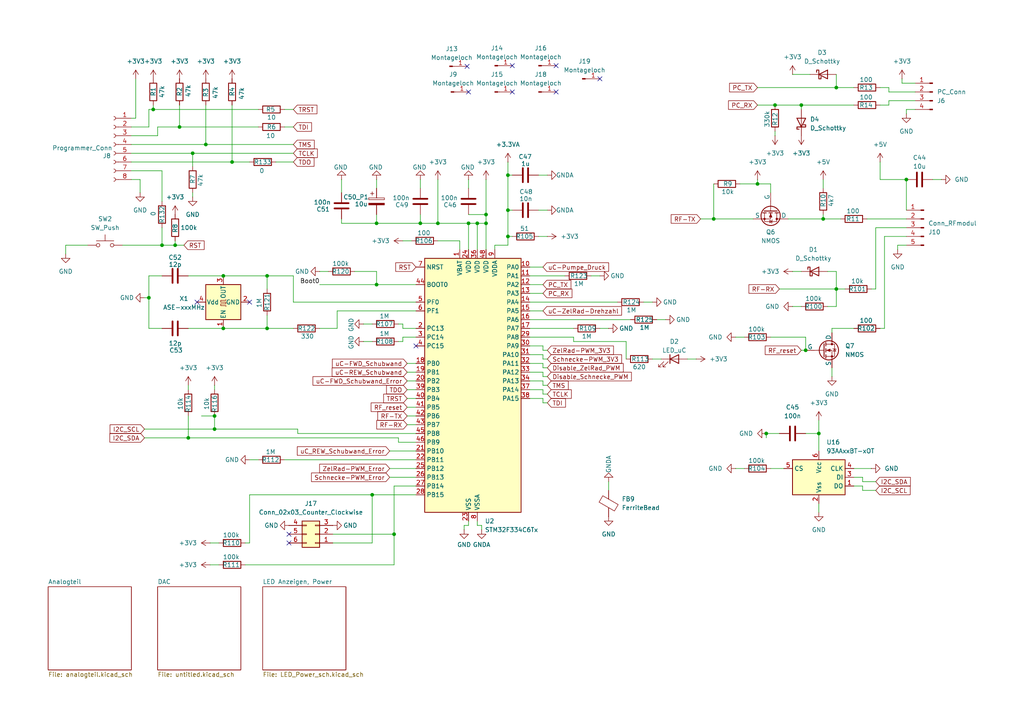
<source format=kicad_sch>
(kicad_sch (version 20250114) (generator "eeschema") (generator_version "9.0")
  (paper "A4")
  (junction (at 55.88 44.45))
  (junction (at 62.23 124.46))
  (junction (at 242.57 25.4))
  (junction (at 219.71 53.34))
  (junction (at 67.31 46.99))
  (junction (at 147.32 60.96))
  (junction (at 77.47 95.25))
  (junction (at 50.8 71.12))
  (junction (at 54.61 127))
  (junction (at 127 64.77))
  (junction (at 44.45 31.75))
  (junction (at 64.77 95.25))
  (junction (at 147.32 50.8))
  (junction (at 59.69 41.91))
  (junction (at 147.32 68.58))
  (junction (at 140.97 62.23))
  (junction (at 135.89 64.77))
  (junction (at 233.68 101.6))
  (junction (at 140.97 64.77))
  (junction (at 52.07 36.83))
  (junction (at 64.77 80.01))
  (junction (at 242.57 83.82))
  (junction (at 109.22 64.77))
  (junction (at 262.89 52.07))
  (junction (at 46.99 71.12))
  (junction (at 138.43 64.77))
  (junction (at 109.22 82.55))
  (junction (at 43.18 86.36))
  (junction (at 107.95 143.51))
  (junction (at 232.41 30.48))
  (junction (at 224.79 30.48))
  (junction (at 77.47 80.01))
  (junction (at 62.23 120.65))
  (junction (at 222.25 125.73))
  (junction (at 238.76 63.5))
  (junction (at 121.92 64.77))
  (junction (at 207.01 63.5))
  (junction (at 237.49 125.73))
  (junction (at 114.3 154.94))
  (no_connect (at 120.65 100.33))
  (no_connect (at 83.82 157.48))
  (no_connect (at 135.4758 19.2436))
  (no_connect (at 72.39 87.63))
  (no_connect (at 161.29 26.67))
  (no_connect (at 83.82 154.94))
  (no_connect (at 161.29 19.05))
  (no_connect (at 148.59 19.05))
  (no_connect (at 173.99 22.86))
  (no_connect (at 57.15 87.63))
  (no_connect (at 135.89 26.67))
  (no_connect (at 148.59 26.67))
  (wire (pts (xy 176.53 95.25) (xy 173.99 95.25)))
  (wire (pts (xy 105.41 93.98) (xy 107.95 93.98)))
  (wire (pts (xy 54.61 80.01) (xy 64.77 80.01)))
  (wire (pts (xy 38.1 39.37) (xy 45.72 39.37)))
  (wire (pts (xy 257.81 25.4) (xy 257.81 26.67)))
  (wire (pts (xy 255.27 25.4) (xy 257.81 25.4)))
  (wire (pts (xy 157.48 110.49) (xy 157.48 111.76)))
  (wire (pts (xy 116.84 97.79) (xy 120.65 97.79)))
  (wire (pts (xy 116.84 95.25) (xy 116.84 93.98)))
  (wire (pts (xy 251.46 63.5) (xy 262.89 63.5)))
  (wire (pts (xy 237.49 146.05) (xy 237.49 148.59)))
  (wire (pts (xy 157.48 105.41) (xy 153.67 105.41)))
  (wire (pts (xy 43.18 86.36) (xy 43.18 95.25)))
  (wire (pts (xy 85.09 80.01) (xy 77.47 80.01)))
  (wire (pts (xy 82.55 36.83) (xy 85.09 36.83)))
  (wire (pts (xy 147.32 68.58) (xy 147.32 71.12)))
  (wire (pts (xy 242.57 83.82) (xy 242.57 78.74)))
  (wire (pts (xy 54.61 111.76) (xy 54.61 113.03)))
  (wire (pts (xy 219.71 52.07) (xy 219.71 53.34)))
  (wire (pts (xy 199.39 104.14) (xy 201.93 104.14)))
  (wire (pts (xy 82.55 133.35) (xy 120.65 133.35)))
  (wire (pts (xy 270.51 52.07) (xy 273.05 52.07)))
  (wire (pts (xy 157.48 113.03) (xy 157.48 114.3)))
  (wire (pts (xy 242.57 25.4) (xy 242.57 21.59)))
  (wire (pts (xy 71.12 157.48) (xy 72.39 157.48)))
  (wire (pts (xy 237.49 125.73) (xy 237.49 121.92)))
  (wire (pts (xy 255.27 52.07) (xy 262.89 52.07)))
  (wire (pts (xy 257.81 30.48) (xy 255.27 30.48)))
  (wire (pts (xy 156.21 60.96) (xy 158.75 60.96)))
  (wire (pts (xy 99.06 55.88) (xy 99.06 52.07)))
  (wire (pts (xy 92.71 95.25) (xy 97.79 95.25)))
  (wire (pts (xy 85.09 95.25) (xy 77.47 95.25)))
  (wire (pts (xy 265.43 31.75) (xy 262.89 31.75)))
  (wire (pts (xy 116.84 99.06) (xy 116.84 97.79)))
  (wire (pts (xy 41.91 86.36) (xy 43.18 86.36)))
  (wire (pts (xy 120.65 128.27) (xy 115.57 128.27)))
  (wire (pts (xy 158.75 109.22) (xy 157.48 109.22)))
  (wire (pts (xy 158.75 106.68) (xy 157.48 106.68)))
  (wire (pts (xy 189.23 104.14) (xy 191.77 104.14)))
  (wire (pts (xy 59.69 30.48) (xy 59.69 41.91)))
  (wire (pts (xy 157.48 102.87) (xy 153.67 102.87)))
  (wire (pts (xy 58.42 120.65) (xy 62.23 120.65)))
  (wire (pts (xy 153.67 87.63) (xy 179.07 87.63)))
  (wire (pts (xy 157.48 111.76) (xy 158.75 111.76)))
  (wire (pts (xy 43.18 31.75) (xy 44.45 31.75)))
  (wire (pts (xy 153.67 113.03) (xy 157.48 113.03)))
  (wire (pts (xy 120.65 130.81) (xy 113.03 130.81)))
  (wire (pts (xy 262.89 68.58) (xy 256.54 68.58)))
  (wire (pts (xy 60.96 163.83) (xy 63.5 163.83)))
  (wire (pts (xy 54.61 127) (xy 115.57 127)))
  (wire (pts (xy 127 69.85) (xy 133.35 69.85)))
  (wire (pts (xy 105.41 99.06) (xy 107.95 99.06)))
  (wire (pts (xy 256.54 95.25) (xy 255.27 95.25)))
  (wire (pts (xy 85.09 87.63) (xy 85.09 80.01)))
  (wire (pts (xy 67.31 46.99) (xy 67.31 30.48)))
  (wire (pts (xy 238.76 63.5) (xy 238.76 62.23)))
  (wire (pts (xy 203.2 63.5) (xy 207.01 63.5)))
  (wire (pts (xy 55.88 44.45) (xy 85.09 44.45)))
  (wire (pts (xy 250.19 139.7) (xy 254 139.7)))
  (wire (pts (xy 147.32 68.58) (xy 148.59 68.58)))
  (wire (pts (xy 44.45 31.75) (xy 74.93 31.75)))
  (wire (pts (xy 147.32 60.96) (xy 147.32 68.58)))
  (wire (pts (xy 226.06 125.73) (xy 222.25 125.73)))
  (wire (pts (xy 114.3 154.94) (xy 114.3 163.83)))
  (wire (pts (xy 114.3 140.97) (xy 120.65 140.97)))
  (wire (pts (xy 99.06 63.5) (xy 99.06 64.77)))
  (wire (pts (xy 118.11 120.65) (xy 120.65 120.65)))
  (wire (pts (xy 127 64.77) (xy 135.89 64.77)))
  (wire (pts (xy 232.41 101.6) (xy 233.68 101.6)))
  (wire (pts (xy 72.39 133.35) (xy 74.93 133.35)))
  (wire (pts (xy 45.72 39.37) (xy 45.72 36.83)))
  (wire (pts (xy 260.35 71.12) (xy 262.89 71.12)))
  (wire (pts (xy 109.22 52.07) (xy 109.22 54.61)))
  (wire (pts (xy 247.65 95.25) (xy 241.3 95.25)))
  (wire (pts (xy 55.88 55.88) (xy 55.88 57.15)))
  (wire (pts (xy 135.89 64.77) (xy 138.43 64.77)))
  (wire (pts (xy 166.37 99.06) (xy 166.37 97.79)))
  (wire (pts (xy 242.57 83.82) (xy 242.57 88.9)))
  (wire (pts (xy 224.79 30.48) (xy 232.41 30.48)))
  (wire (pts (xy 52.07 36.83) (xy 74.93 36.83)))
  (wire (pts (xy 262.89 31.75) (xy 262.89 33.02)))
  (wire (pts (xy 140.97 64.77) (xy 140.97 72.39)))
  (wire (pts (xy 118.11 110.49) (xy 120.65 110.49)))
  (wire (pts (xy 257.81 29.21) (xy 257.81 30.48)))
  (wire (pts (xy 193.04 92.71) (xy 190.5 92.71)))
  (wire (pts (xy 153.67 110.49) (xy 157.48 110.49)))
  (wire (pts (xy 147.32 50.8) (xy 148.59 50.8)))
  (wire (pts (xy 158.75 101.6) (xy 157.48 101.6)))
  (wire (pts (xy 86.36 124.46) (xy 62.23 124.46)))
  (wire (pts (xy 134.62 152.4) (xy 134.62 153.67)))
  (wire (pts (xy 173.99 80.01) (xy 171.45 80.01)))
  (wire (pts (xy 77.47 80.01) (xy 77.47 83.82)))
  (wire (pts (xy 54.61 95.25) (xy 64.77 95.25)))
  (wire (pts (xy 247.65 138.43) (xy 250.19 138.43)))
  (wire (pts (xy 241.3 106.68) (xy 241.3 109.22)))
  (wire (pts (xy 233.68 125.73) (xy 237.49 125.73)))
  (wire (pts (xy 153.67 82.55) (xy 157.48 82.55)))
  (wire (pts (xy 55.88 44.45) (xy 55.88 48.26)))
  (wire (pts (xy 254 83.82) (xy 254 66.04)))
  (wire (pts (xy 242.57 88.9) (xy 240.03 88.9)))
  (wire (pts (xy 120.65 95.25) (xy 116.84 95.25)))
  (wire (pts (xy 139.7 152.4) (xy 138.43 152.4)))
  (wire (pts (xy 46.99 71.12) (xy 50.8 71.12)))
  (wire (pts (xy 121.92 64.77) (xy 121.92 62.23)))
  (wire (pts (xy 19.05 73.66) (xy 19.05 71.12)))
  (wire (pts (xy 157.48 107.95) (xy 153.67 107.95)))
  (wire (pts (xy 19.05 71.12) (xy 25.4 71.12)))
  (wire (pts (xy 43.18 80.01) (xy 43.18 86.36)))
  (wire (pts (xy 138.43 152.4) (xy 138.43 151.13)))
  (wire (pts (xy 157.48 109.22) (xy 157.48 107.95)))
  (wire (pts (xy 38.1 46.99) (xy 67.31 46.99)))
  (wire (pts (xy 147.32 46.99) (xy 147.32 50.8)))
  (wire (pts (xy 115.57 99.06) (xy 116.84 99.06)))
  (wire (pts (xy 134.62 152.4) (xy 135.89 152.4)))
  (wire (pts (xy 72.39 157.48) (xy 72.39 143.51)))
  (wire (pts (xy 156.21 68.58) (xy 158.75 68.58)))
  (wire (pts (xy 261.62 22.86) (xy 261.62 24.13)))
  (wire (pts (xy 245.11 83.82) (xy 242.57 83.82)))
  (wire (pts (xy 250.19 140.97) (xy 250.19 142.24)))
  (wire (pts (xy 46.99 95.25) (xy 43.18 95.25)))
  (wire (pts (xy 147.32 71.12) (xy 143.51 71.12)))
  (wire (pts (xy 232.41 30.48) (xy 232.41 31.75)))
  (wire (pts (xy 59.69 41.91) (xy 85.09 41.91)))
  (wire (pts (xy 189.23 87.63) (xy 186.69 87.63)))
  (wire (pts (xy 247.65 135.89) (xy 252.73 135.89)))
  (wire (pts (xy 109.22 82.55) (xy 109.22 78.74)))
  (wire (pts (xy 45.72 36.83) (xy 52.07 36.83)))
  (wire (pts (xy 238.76 52.07) (xy 238.76 54.61)))
  (wire (pts (xy 223.52 135.89) (xy 227.33 135.89)))
  (wire (pts (xy 64.77 95.25) (xy 77.47 95.25)))
  (wire (pts (xy 86.36 124.46) (xy 86.36 125.73)))
  (wire (pts (xy 226.06 83.82) (xy 242.57 83.82)))
  (wire (pts (xy 232.41 88.9) (xy 229.87 88.9)))
  (wire (pts (xy 237.49 125.73) (xy 237.49 130.81)))
  (wire (pts (xy 113.03 135.89) (xy 120.65 135.89)))
  (wire (pts (xy 60.96 157.48) (xy 63.5 157.48)))
  (wire (pts (xy 92.71 78.74) (xy 95.25 78.74)))
  (wire (pts (xy 238.76 63.5) (xy 243.84 63.5)))
  (wire (pts (xy 147.32 50.8) (xy 147.32 60.96)))
  (wire (pts (xy 116.84 69.85) (xy 119.38 69.85)))
  (wire (pts (xy 176.53 139.7) (xy 176.53 142.24)))
  (wire (pts (xy 135.89 62.23) (xy 140.97 62.23)))
  (wire (pts (xy 262.89 52.07) (xy 262.89 60.96)))
  (wire (pts (xy 118.11 123.19) (xy 120.65 123.19)))
  (wire (pts (xy 181.61 99.06) (xy 181.61 104.14)))
  (wire (pts (xy 166.37 99.06) (xy 181.61 99.06)))
  (wire (pts (xy 153.67 90.17) (xy 157.48 90.17)))
  (wire (pts (xy 115.57 128.27) (xy 115.57 127)))
  (wire (pts (xy 229.87 21.59) (xy 234.95 21.59)))
  (wire (pts (xy 213.36 135.89) (xy 215.9 135.89)))
  (wire (pts (xy 153.67 85.09) (xy 157.48 85.09)))
  (wire (pts (xy 38.1 44.45) (xy 55.88 44.45)))
  (wire (pts (xy 153.67 92.71) (xy 182.88 92.71)))
  (wire (pts (xy 250.19 138.43) (xy 250.19 139.7)))
  (wire (pts (xy 135.89 54.61) (xy 135.89 52.07)))
  (wire (pts (xy 157.48 116.84) (xy 158.75 116.84)))
  (wire (pts (xy 50.8 71.12) (xy 53.34 71.12)))
  (wire (pts (xy 241.3 95.25) (xy 241.3 96.52)))
  (wire (pts (xy 229.87 78.74) (xy 232.41 78.74)))
  (wire (pts (xy 107.95 143.51) (xy 120.65 143.51)))
  (wire (pts (xy 157.48 115.57) (xy 157.48 116.84)))
  (wire (pts (xy 41.91 124.46) (xy 62.23 124.46)))
  (wire (pts (xy 44.45 30.48) (xy 44.45 31.75)))
  (wire (pts (xy 99.06 64.77) (xy 109.22 64.77)))
  (wire (pts (xy 219.71 30.48) (xy 224.79 30.48)))
  (wire (pts (xy 118.11 115.57) (xy 120.65 115.57)))
  (wire (pts (xy 166.37 97.79) (xy 153.67 97.79)))
  (wire (pts (xy 97.79 90.17) (xy 97.79 95.25)))
  (wire (pts (xy 140.97 62.23) (xy 140.97 64.77)))
  (wire (pts (xy 260.35 72.39) (xy 260.35 71.12)))
  (wire (pts (xy 96.52 157.48) (xy 107.95 157.48)))
  (wire (pts (xy 54.61 120.65) (xy 54.61 127)))
  (wire (pts (xy 46.99 80.01) (xy 43.18 80.01)))
  (wire (pts (xy 39.37 34.29) (xy 39.37 22.86)))
  (wire (pts (xy 107.95 143.51) (xy 107.95 157.48)))
  (wire (pts (xy 52.07 30.48) (xy 52.07 36.83)))
  (wire (pts (xy 114.3 140.97) (xy 114.3 154.94)))
  (wire (pts (xy 265.43 29.21) (xy 257.81 29.21)))
  (wire (pts (xy 157.48 100.33) (xy 153.67 100.33)))
  (wire (pts (xy 153.67 77.47) (xy 157.48 77.47)))
  (wire (pts (xy 116.84 93.98) (xy 115.57 93.98)))
  (wire (pts (xy 120.65 87.63) (xy 85.09 87.63)))
  (wire (pts (xy 127 52.07) (xy 127 64.77)))
  (wire (pts (xy 228.6 63.5) (xy 238.76 63.5)))
  (wire (pts (xy 157.48 104.14) (xy 157.48 102.87)))
  (wire (pts (xy 138.43 64.77) (xy 140.97 64.77)))
  (wire (pts (xy 214.63 53.34) (xy 219.71 53.34)))
  (wire (pts (xy 247.65 25.4) (xy 242.57 25.4)))
  (wire (pts (xy 62.23 120.65) (xy 62.23 124.46)))
  (wire (pts (xy 247.65 140.97) (xy 250.19 140.97)))
  (wire (pts (xy 156.21 50.8) (xy 158.75 50.8)))
  (wire (pts (xy 158.75 104.14) (xy 157.48 104.14)))
  (wire (pts (xy 67.31 46.99) (xy 72.39 46.99)))
  (wire (pts (xy 157.48 106.68) (xy 157.48 105.41)))
  (wire (pts (xy 120.65 82.55) (xy 109.22 82.55)))
  (wire (pts (xy 207.01 53.34) (xy 207.01 63.5)))
  (wire (pts (xy 138.43 72.39) (xy 138.43 64.77)))
  (wire (pts (xy 38.1 41.91) (xy 59.69 41.91)))
  (wire (pts (xy 233.68 97.79) (xy 223.52 97.79)))
  (wire (pts (xy 38.1 52.07) (xy 40.64 52.07)))
  (wire (pts (xy 62.23 111.76) (xy 62.23 113.03)))
  (wire (pts (xy 118.11 105.41) (xy 120.65 105.41)))
  (wire (pts (xy 261.62 24.13) (xy 265.43 24.13)))
  (wire (pts (xy 222.25 125.73) (xy 222.25 127)))
  (wire (pts (xy 92.71 82.55) (xy 109.22 82.55)))
  (wire (pts (xy 121.92 64.77) (xy 127 64.77)))
  (wire (pts (xy 121.92 54.61) (xy 121.92 52.07)))
  (wire (pts (xy 80.01 46.99) (xy 85.09 46.99)))
  (wire (pts (xy 77.47 80.01) (xy 64.77 80.01)))
  (wire (pts (xy 133.35 69.85) (xy 133.35 72.39)))
  (wire (pts (xy 224.79 38.1) (xy 224.79 39.37)))
  (wire (pts (xy 257.81 26.67) (xy 265.43 26.67)))
  (wire (pts (xy 157.48 101.6) (xy 157.48 100.33)))
  (wire (pts (xy 256.54 68.58) (xy 256.54 95.25)))
  (wire (pts (xy 40.64 52.07) (xy 40.64 55.88)))
  (wire (pts (xy 147.32 60.96) (xy 148.59 60.96)))
  (wire (pts (xy 38.1 36.83) (xy 43.18 36.83)))
  (wire (pts (xy 50.8 69.85) (xy 50.8 71.12)))
  (wire (pts (xy 157.48 114.3) (xy 158.75 114.3)))
  (wire (pts (xy 252.73 83.82) (xy 254 83.82)))
  (wire (pts (xy 153.67 115.57) (xy 157.48 115.57)))
  (wire (pts (xy 46.99 49.53) (xy 46.99 58.42)))
  (wire (pts (xy 97.79 90.17) (xy 120.65 90.17)))
  (wire (pts (xy 219.71 25.4) (xy 242.57 25.4)))
  (wire (pts (xy 153.67 80.01) (xy 163.83 80.01)))
  (wire (pts (xy 250.19 142.24) (xy 254 142.24)))
  (wire (pts (xy 213.36 97.79) (xy 215.9 97.79)))
  (wire (pts (xy 118.11 107.95) (xy 120.65 107.95)))
  (wire (pts (xy 96.52 154.94) (xy 114.3 154.94)))
  (wire (pts (xy 233.68 101.6) (xy 233.68 97.79)))
  (wire (pts (xy 38.1 34.29) (xy 39.37 34.29)))
  (wire (pts (xy 242.57 78.74) (xy 240.03 78.74)))
  (wire (pts (xy 43.18 36.83) (xy 43.18 31.75)))
  (wire (pts (xy 46.99 66.04) (xy 46.99 71.12)))
  (wire (pts (xy 35.56 71.12) (xy 46.99 71.12)))
  (wire (pts (xy 113.03 138.43) (xy 120.65 138.43)))
  (wire (pts (xy 255.27 46.99) (xy 255.27 52.07)))
  (wire (pts (xy 140.97 52.07) (xy 140.97 62.23)))
  (wire (pts (xy 143.51 71.12) (xy 143.51 72.39)))
  (wire (pts (xy 77.47 95.25) (xy 77.47 91.44)))
  (wire (pts (xy 118.11 118.11) (xy 120.65 118.11)))
  (wire (pts (xy 135.89 72.39) (xy 135.89 64.77)))
  (wire (pts (xy 82.55 31.75) (xy 85.09 31.75)))
  (wire (pts (xy 207.01 63.5) (xy 218.44 63.5)))
  (wire (pts (xy 118.11 113.03) (xy 120.65 113.03)))
  (wire (pts (xy 219.71 53.34) (xy 223.52 53.34)))
  (wire (pts (xy 41.91 127) (xy 54.61 127)))
  (wire (pts (xy 232.41 30.48) (xy 247.65 30.48)))
  (wire (pts (xy 254 66.04) (xy 262.89 66.04)))
  (wire (pts (xy 86.36 125.73) (xy 120.65 125.73)))
  (wire (pts (xy 135.89 152.4) (xy 135.89 151.13)))
  (wire (pts (xy 38.1 49.53) (xy 46.99 49.53)))
  (wire (pts (xy 139.7 153.67) (xy 139.7 152.4)))
  (wire (pts (xy 153.67 95.25) (xy 166.37 95.25)))
  (wire (pts (xy 109.22 64.77) (xy 121.92 64.77)))
  (wire (pts (xy 223.52 53.34) (xy 223.52 55.88)))
  (wire (pts (xy 109.22 62.23) (xy 109.22 64.77)))
  (wire (pts (xy 109.22 78.74) (xy 102.87 78.74)))
  (wire (pts (xy 71.12 163.83) (xy 114.3 163.83)))
  (wire (pts (xy 72.39 143.51) (xy 107.95 143.51)))
  (label "Boot0" (at 92.71 82.55 180))
  (global_label "Disable_Schnecke_PWM" (shape input) (at 158.75 109.22 0) (property "Intersheetrefs" "${INTERSHEET_REFS}" (effects (hide yes))))
  (global_label "TDO" (shape input) (at 85.09 46.99 0) (property "Intersheetrefs" "${INTERSHEET_REFS}" (effects (hide yes))))
  (global_label "TDI" (shape input) (at 158.75 116.84 0) (property "Intersheetrefs" "${INTERSHEET_REFS}" (effects (hide yes))))
  (global_label "RF-RX" (shape input) (at 118.11 123.19 180) (property "Intersheetrefs" "${INTERSHEET_REFS}" (effects (hide yes))))
  (global_label "TMS" (shape input) (at 158.75 111.76 0) (property "Intersheetrefs" "${INTERSHEET_REFS}" (effects (hide yes))))
  (global_label "Disable_ZelRad_PWM" (shape input) (at 158.75 106.68 0) (property "Intersheetrefs" "${INTERSHEET_REFS}" (effects (hide yes))))
  (global_label "uC_REW_Schubwand_Error" (shape input) (at 113.03 130.81 180) (property "Intersheetrefs" "${INTERSHEET_REFS}" (effects (hide yes))))
  (global_label "I2C_SDA" (shape input) (at 254 139.7 0) (property "Intersheetrefs" "${INTERSHEET_REFS}" (effects (hide yes))))
  (global_label "TRST" (shape input) (at 118.11 115.57 180) (property "Intersheetrefs" "${INTERSHEET_REFS}" (effects (hide yes))))
  (global_label "RST" (shape input) (at 53.34 71.12 0) (property "Intersheetrefs" "${INTERSHEET_REFS}" (effects (hide yes))))
  (global_label "ZelRad-PWM_Error" (shape input) (at 113.03 135.89 180) (property "Intersheetrefs" "${INTERSHEET_REFS}" (effects (hide yes))))
  (global_label "PC_RX" (shape input) (at 157.48 85.09 0) (property "Intersheetrefs" "${INTERSHEET_REFS}" (effects (hide yes))))
  (global_label "TCLK" (shape input) (at 85.09 44.45 0) (property "Intersheetrefs" "${INTERSHEET_REFS}" (effects (hide yes))))
  (global_label "TDO" (shape input) (at 118.11 113.03 180) (property "Intersheetrefs" "${INTERSHEET_REFS}" (effects (hide yes))))
  (global_label "Schnecke-PWM_3V3" (shape input) (at 158.75 104.14 0) (property "Intersheetrefs" "${INTERSHEET_REFS}" (effects (hide yes))))
  (global_label "I2C_SCL" (shape input) (at 41.91 124.46 180) (property "Intersheetrefs" "${INTERSHEET_REFS}" (effects (hide yes))))
  (global_label "RF_reset" (shape input) (at 118.11 118.11 180) (property "Intersheetrefs" "${INTERSHEET_REFS}" (effects (hide yes))))
  (global_label "TMS" (shape input) (at 85.09 41.91 0) (property "Intersheetrefs" "${INTERSHEET_REFS}" (effects (hide yes))))
  (global_label "RF-TX" (shape input) (at 118.11 120.65 180) (property "Intersheetrefs" "${INTERSHEET_REFS}" (effects (hide yes))))
  (global_label "PC_RX" (shape input) (at 219.71 30.48 180) (property "Intersheetrefs" "${INTERSHEET_REFS}" (effects (hide yes))))
  (global_label "Schnecke-PWM_Error" (shape input) (at 113.03 138.43 180) (property "Intersheetrefs" "${INTERSHEET_REFS}" (effects (hide yes))))
  (global_label "uC-Pumpe_Druck" (shape input) (at 157.48 77.47 0) (property "Intersheetrefs" "${INTERSHEET_REFS}" (effects (hide yes))))
  (global_label "RF-TX" (shape input) (at 203.2 63.5 180) (property "Intersheetrefs" "${INTERSHEET_REFS}" (effects (hide yes))))
  (global_label "RST" (shape input) (at 120.65 77.47 180) (property "Intersheetrefs" "${INTERSHEET_REFS}" (effects (hide yes))))
  (global_label "uC-FWD_Schubwand_Error" (shape input) (at 118.11 110.49 180) (property "Intersheetrefs" "${INTERSHEET_REFS}" (effects (hide yes))))
  (global_label "ZelRad-PWM_3V3" (shape input) (at 158.75 101.6 0) (property "Intersheetrefs" "${INTERSHEET_REFS}" (effects (hide yes))))
  (global_label "TRST" (shape input) (at 85.09 31.75 0) (property "Intersheetrefs" "${INTERSHEET_REFS}" (effects (hide yes))))
  (global_label "uC-REW_Schubwand" (shape input) (at 118.11 107.95 180) (property "Intersheetrefs" "${INTERSHEET_REFS}" (effects (hide yes))))
  (global_label "uC-FWD_Schubwand" (shape input) (at 118.11 105.41 180) (property "Intersheetrefs" "${INTERSHEET_REFS}" (effects (hide yes))))
  (global_label "TCLK" (shape input) (at 158.75 114.3 0) (property "Intersheetrefs" "${INTERSHEET_REFS}" (effects (hide yes))))
  (global_label "TDI" (shape input) (at 85.09 36.83 0) (property "Intersheetrefs" "${INTERSHEET_REFS}" (effects (hide yes))))
  (global_label "I2C_SCL" (shape input) (at 254 142.24 0) (property "Intersheetrefs" "${INTERSHEET_REFS}" (effects (hide yes))))
  (global_label "I2C_SDA" (shape input) (at 41.91 127 180) (property "Intersheetrefs" "${INTERSHEET_REFS}" (effects (hide yes))))
  (global_label "PC_TX" (shape input) (at 219.71 25.4 180) (property "Intersheetrefs" "${INTERSHEET_REFS}" (effects (hide yes))))
  (global_label "PC_TX" (shape input) (at 157.48 82.55 0) (property "Intersheetrefs" "${INTERSHEET_REFS}" (effects (hide yes))))
  (global_label "uC-ZelRad-Drehzahl" (shape input) (at 157.48 90.17 0) (property "Intersheetrefs" "${INTERSHEET_REFS}" (effects (hide yes))))
  (global_label "RF-RX" (shape input) (at 226.06 83.82 180) (property "Intersheetrefs" "${INTERSHEET_REFS}" (effects (hide yes))))
  (global_label "RF_reset" (shape input) (at 232.41 101.6 180) (property "Intersheetrefs" "${INTERSHEET_REFS}" (effects (hide yes))))
  (symbol (lib_id "Device:R") (at 111.76 93.98 90) (unit 1)
    (property "Reference" "R107" (at 111.506 93.98 90))
    (property "Value" "1M" (at 111.506 91.694 90))
    (property "Footprint" "Resistor_SMD:R_0603_1608Metric" (effects (hide yes)))
    (property "Description" "CRG0603F1M0" (effects (hide yes)))
    (property "Part-NO" "CRG0603F1M0" (effects (hide yes)))
  )
  (symbol (lib_id "Device:R") (at 236.22 88.9 90) (unit 1)
    (property "Reference" "R100" (at 235.966 88.9 90))
    (property "Value" "100k" (at 235.966 86.614 90))
    (property "Footprint" "Resistor_SMD:R_0603_1608Metric" (effects (hide yes)))
    (property "Description" "CRG0603F100K" (effects (hide yes)))
    (property "Part-NO" "CRG0603F100K" (effects (hide yes)))
  )
  (symbol (lib_id "Device:R") (at 44.45 26.67 0) (unit 1)
    (property "Reference" "R1" (at 44.45 27.94 90) (effects (justify left)))
    (property "Value" "47k" (at 46.99 28.448 90) (effects (justify left)))
    (property "Footprint" "Resistor_SMD:R_0603_1608Metric" (effects (hide yes)))
    (property "Description" "CRG0603F47K" (effects (hide yes)))
    (property "Part-NO" "CRG0603F47K" (effects (hide yes)))
  )
  (symbol (lib_id "Device:D_Schottky") (at 236.22 78.74 0) (unit 1)
    (property "Reference" "D1" (at 235.9025 72.39 0))
    (property "Value" "D_Schottky" (at 235.9025 74.93 0))
    (property "Footprint" "Diode_SMD:D_SOD-123" (effects (hide yes)))
    (property "Description" "Schottky diode" (effects (hide yes)))
    (property "Part-NO" "MBR0530_30V_0A5" (effects (hide yes)))
  )
  (symbol (lib_id "Device:C_Polarized") (at 109.22 58.42 0) (unit 1)
    (property "Reference" "C50_P1" (at 99.568 57.15 0) (effects (justify left)))
    (property "Value" "10u" (at 102.87 59.182 0) (effects (justify left)))
    (property "Footprint" "Capacitor_SMD:C_1206_3216Metric" (effects (hide yes)))
    (property "Description" "Polarized capacitor" (effects (hide yes)))
    (property "Part-NO" "B45196H2106K109 " (effects (hide yes)))
  )
  (symbol (lib_id "power:GND") (at 260.35 72.39 0) (unit 1)
    (property "Reference" "#PWR0130" (effects (hide yes)))
    (property "Value" "GND" (at 260.35 77.47 0))
    (property "Description" "Power symbol creates a global label with name \"GND\" , ground" (effects (hide yes)))
  )
  (symbol (lib_id "Connector:Conn_01x01_Pin") (at 156.21 19.05 0) (unit 1)
    (property "Reference" "J16" (at 156.845 13.97 0))
    (property "Value" "Montageloch" (at 156.845 16.51 0))
    (property "Footprint" "MountingHole:MountingHole_5mm" (effects (hide yes)))
    (property "Description" "Generic connector, single row, 01x01, script generated" (effects (hide yes)))
  )
  (symbol (lib_id "Device:R") (at 67.31 157.48 90) (unit 1)
    (property "Reference" "R110" (at 67.056 157.48 90))
    (property "Value" "100k" (at 67.056 155.194 90))
    (property "Footprint" "Resistor_SMD:R_0603_1608Metric" (effects (hide yes)))
    (property "Description" "CRG0603F100K" (effects (hide yes)))
    (property "Part-NO" "CRG0603F100K" (effects (hide yes)))
  )
  (symbol (lib_id "power:GND") (at 99.06 52.07 180) (unit 1)
    (property "Reference" "#PWR0148" (effects (hide yes)))
    (property "Value" "GND" (at 96.774 48.514 0) (effects (justify right)))
    (property "Description" "Power symbol creates a global label with name \"GND\" , ground" (effects (hide yes)))
  )
  (symbol (lib_id "power:+3V3") (at 39.37 22.86 0) (unit 1)
    (property "Reference" "#PWR0188" (effects (hide yes)))
    (property "Value" "+3V3" (at 39.37 17.78 0))
    (property "Description" "Power symbol creates a global label with name \"+3V3\"" (effects (hide yes)))
  )
  (symbol (lib_id "Device:R") (at 111.76 99.06 90) (unit 1)
    (property "Reference" "R108" (at 111.506 99.06 90))
    (property "Value" "1M" (at 111.506 96.774 90))
    (property "Footprint" "Resistor_SMD:R_0603_1608Metric" (effects (hide yes)))
    (property "Description" "CRG0603F1M0" (effects (hide yes)))
    (property "Part-NO" "CRG0603F1M0" (effects (hide yes)))
  )
  (symbol (lib_id "power:GND") (at 83.82 152.4 270) (unit 1)
    (property "Reference" "#PWR0153" (effects (hide yes)))
    (property "Value" "GND" (at 80.772 152.4 90) (effects (justify right)))
    (property "Description" "Power symbol creates a global label with name \"GND\" , ground" (effects (hide yes)))
  )
  (symbol (lib_id "Device:C") (at 266.7 52.07 90) (unit 1)
    (property "Reference" "C44" (at 266.7 45.72 90))
    (property "Value" "10u" (at 266.7 48.26 90))
    (property "Footprint" "Capacitor_SMD:C_1206_3216Metric" (effects (hide yes)))
    (property "Description" "Unpolarized capacitor" (effects (hide yes)))
    (property "Part-NO" "C1206C106K4RAC " (effects (hide yes)))
  )
  (symbol (lib_id "power:+3V3") (at 54.61 111.76 0) (unit 1)
    (property "Reference" "#PWR0158" (effects (hide yes)))
    (property "Value" "+3V3" (at 54.61 106.68 0))
    (property "Description" "Power symbol creates a global label with name \"+3V3\"" (effects (hide yes)))
  )
  (symbol (lib_id "power:+3V3") (at 261.62 22.86 0) (unit 1)
    (property "Reference" "#PWR09" (effects (hide yes)))
    (property "Value" "+3V3" (at 261.62 17.78 0))
    (property "Description" "Power symbol creates a global label with name \"+3V3\"" (effects (hide yes)))
  )
  (symbol (lib_id "power:+3V3") (at 52.07 22.86 0) (unit 1)
    (property "Reference" "#PWR0186" (effects (hide yes)))
    (property "Value" "+3V3" (at 52.07 17.78 0))
    (property "Description" "Power symbol creates a global label with name \"+3V3\"" (effects (hide yes)))
  )
  (symbol (lib_id "Device:R") (at 219.71 135.89 90) (unit 1)
    (property "Reference" "R104" (at 219.456 135.89 90))
    (property "Value" "100k" (at 219.456 133.604 90))
    (property "Footprint" "Resistor_SMD:R_0603_1608Metric" (effects (hide yes)))
    (property "Description" "CRG0603F100K" (effects (hide yes)))
    (property "Part-NO" "CRG0603F100K" (effects (hide yes)))
  )
  (symbol (lib_id "Device:R") (at 248.92 83.82 90) (unit 1)
    (property "Reference" "R101" (at 248.666 83.82 90))
    (property "Value" "10k" (at 248.666 81.534 90))
    (property "Footprint" "Resistor_SMD:R_0603_1608Metric" (effects (hide yes)))
    (property "Description" "CRG0603F10K" (effects (hide yes)))
    (property "Part-NO" "CRG0603F10K" (effects (hide yes)))
  )
  (symbol (lib_id "Device:R") (at 247.65 63.5 90) (unit 1)
    (property "Reference" "R11" (at 247.396 63.5 90))
    (property "Value" "100" (at 247.396 61.214 90))
    (property "Footprint" "Resistor_SMD:R_0603_1608Metric" (effects (hide yes)))
    (property "Description" "CRG0603F100R" (effects (hide yes)))
  )
  (symbol (lib_id "power:GND") (at 213.36 135.89 270) (unit 1)
    (property "Reference" "#PWR0136" (effects (hide yes)))
    (property "Value" "GND" (at 209.55 135.8899 90) (effects (justify right)))
    (property "Description" "Power symbol creates a global label with name \"GND\" , ground" (effects (hide yes)))
  )
  (symbol (lib_id "power:+5V") (at 255.27 46.99 0) (unit 1)
    (property "Reference" "#PWR05" (effects (hide yes)))
    (property "Value" "+5V" (at 255.27 41.91 0))
    (property "Description" "Power symbol creates a global label with name \"+5V\"" (effects (hide yes)))
  )
  (symbol (lib_id "Device:R") (at 78.74 31.75 90) (unit 1)
    (property "Reference" "R5" (at 78.486 31.75 90))
    (property "Value" "10" (at 78.74 34.036 90))
    (property "Footprint" "Resistor_SMD:R_0603_1608Metric" (effects (hide yes)))
    (property "Description" "CRG0603F10R" (effects (hide yes)))
  )
  (symbol (lib_id "Device:R") (at 54.61 116.84 180) (unit 1)
    (property "Reference" "R114" (at 54.61 117.094 90))
    (property "Value" "10k" (at 52.324 117.094 90))
    (property "Footprint" "Resistor_SMD:R_0603_1608Metric" (effects (hide yes)))
    (property "Description" "CRG0603F10K" (effects (hide yes)))
    (property "Part-NO" "CRG0603F10K" (effects (hide yes)))
  )
  (symbol (lib_id "Switch:SW_Push") (at 30.48 71.12 0) (unit 1)
    (property "Reference" "SW2" (at 30.48 63.5 0))
    (property "Value" "SW_Push" (at 30.48 66.04 0))
    (property "Footprint" "Button_Switch_SMD:SW_Push_1P1T_NO_6x6mm_H9.5mm" (effects (hide yes)))
    (property "Description" "Push button switch, generic, two pins" (effects (hide yes)))
    (property "Part-NO" "PHAP3368 " (effects (hide yes)))
  )
  (symbol (lib_id "Device:D_Schottky") (at 232.41 35.56 90) (unit 1)
    (property "Reference" "D4" (at 234.95 34.6074 90) (effects (justify right)))
    (property "Value" "D_Schottky" (at 234.95 37.1474 90) (effects (justify right)))
    (property "Footprint" "Diode_SMD:D_SOD-123" (effects (hide yes)))
    (property "Description" "Schottky diode" (effects (hide yes)))
    (property "Part-NO" "MBR0530_30V_0A5" (effects (hide yes)))
  )
  (symbol (lib_id "power:GND") (at 55.88 57.15 0) (unit 1)
    (property "Reference" "#PWR0189" (effects (hide yes)))
    (property "Value" "GND" (at 55.88 62.23 0))
    (property "Description" "Power symbol creates a global label with name \"GND\" , ground" (effects (hide yes)))
  )
  (symbol (lib_id "power:GND") (at 213.36 97.79 270) (unit 1)
    (property "Reference" "#PWR07" (effects (hide yes)))
    (property "Value" "GND" (at 209.55 97.7899 90) (effects (justify right)))
    (property "Description" "Power symbol creates a global label with name \"GND\" , ground" (effects (hide yes)))
  )
  (symbol (lib_id "Device:R") (at 210.82 53.34 270) (unit 1)
    (property "Reference" "R9" (at 211.074 53.34 90))
    (property "Value" "10k" (at 211.074 55.626 90))
    (property "Footprint" "Resistor_SMD:R_0603_1608Metric" (effects (hide yes)))
    (property "Description" "CRG0603F10K" (effects (hide yes)))
    (property "Part-NO" "CRG0603F10K" (effects (hide yes)))
  )
  (symbol (lib_id "power:GND") (at 92.71 78.74 270) (unit 1)
    (property "Reference" "#PWR0165" (effects (hide yes)))
    (property "Value" "GND" (at 89.662 78.74 90) (effects (justify right)))
    (property "Description" "Power symbol creates a global label with name \"GND\" , ground" (effects (hide yes)))
  )
  (symbol (lib_id "power:GND") (at 121.92 52.07 180) (unit 1)
    (property "Reference" "#PWR0145" (effects (hide yes)))
    (property "Value" "GND" (at 119.634 48.514 0) (effects (justify right)))
    (property "Description" "Power symbol creates a global label with name \"GND\" , ground" (effects (hide yes)))
  )
  (symbol (lib_id "MCU_ST_STM32F3:STM32F334C6Tx") (at 135.89 113.03 0) (unit 1)
    (property "Reference" "U2" (at 140.6241 151.13 0) (effects (justify left)))
    (property "Value" "STM32F334C6Tx" (at 140.6241 153.67 0) (effects (justify left)))
    (property "Footprint" "Package_QFP:LQFP-48_7x7mm_P0.5mm" (effects (hide yes)))
    (property "Datasheet" "https://www.st.com/resource/en/datasheet/stm32f334c6.pdf" (effects (hide yes)))
    (property "Description" "Microcontroller 32bit ARM Cortex-M4 MCU+FPU  LQFP 48" (effects (hide yes)))
    (property "Part-NO" "STM32F334C6T6TRDKR" (effects (hide yes)))
  )
  (symbol (lib_id "Connector:Conn_01x01_Pin") (at 143.51 19.05 0) (unit 1)
    (property "Reference" "J14" (at 144.145 13.97 0))
    (property "Value" "Montageloch" (at 144.145 16.51 0))
    (property "Footprint" "MountingHole:MountingHole_5mm" (effects (hide yes)))
    (property "Description" "Generic connector, single row, 01x01, script generated" (effects (hide yes)))
  )
  (symbol (lib_id "power:+3V3") (at 59.69 22.86 0) (unit 1)
    (property "Reference" "#PWR0185" (effects (hide yes)))
    (property "Value" "+3V3" (at 59.69 17.78 0))
    (property "Description" "Power symbol creates a global label with name \"+3V3\"" (effects (hide yes)))
  )
  (symbol (lib_id "Device:R") (at 224.79 34.29 180) (unit 1)
    (property "Reference" "R12" (at 224.79 34.544 90))
    (property "Value" "330k" (at 222.504 34.544 90))
    (property "Footprint" "Resistor_SMD:R_0603_1608Metric" (effects (hide yes)))
    (property "Description" "CRG0603F100R" (effects (hide yes)))
    (property "Part-NO" "CRG0603F100R" (effects (hide yes)))
  )
  (symbol (lib_id "Connector:Conn_01x05_Pin") (at 267.97 66.04 0) (mirror y) (unit 1)
    (property "Reference" "J10" (at 269.24 67.3101 0) (effects (justify right)))
    (property "Value" "Conn_RFmodul" (at 269.24 64.7701 0) (effects (justify right)))
    (property "Footprint" "Library:TeminalBlock_Phoenix_5Pol" (effects (hide yes)))
    (property "Description" "Generic connector, single row, 01x05, script generated" (effects (hide yes)))
    (property "Part-NO" "MCV-0_5-5-G-2_5 " (effects (hide yes)))
  )
  (symbol (lib_id "Memory_EEPROM:93AAxxBT-xOT") (at 237.49 138.43 0) (unit 1)
    (property "Reference" "U16" (at 239.6841 128.27 0) (effects (justify left)))
    (property "Value" "93AAxxBT-xOT" (at 239.6841 130.81 0) (effects (justify left)))
    (property "Footprint" "Package_TO_SOT_SMD:SOT-23-6" (effects (hide yes)))
    (property "Datasheet" "http://ww1.microchip.com/downloads/en/DeviceDoc/20001749K.pdf" (effects (hide yes)))
    (property "Description" "Serial EEPROM, 93 Series, 16-bit word, 1.8V, SOT-23" (effects (hide yes)))
    (property "Part-NO" "24AA025E48 " (effects (hide yes)))
  )
  (symbol (lib_id "power:GND") (at 237.49 148.59 0) (unit 1)
    (property "Reference" "#PWR0138" (effects (hide yes)))
    (property "Value" "GND" (at 237.49 153.67 0))
    (property "Description" "Power symbol creates a global label with name \"GND\" , ground" (effects (hide yes)))
  )
  (symbol (lib_id "Device:R") (at 182.88 87.63 270) (unit 1)
    (property "Reference" "R124" (at 183.134 87.63 90))
    (property "Value" "1M" (at 183.134 89.916 90))
    (property "Footprint" "Resistor_SMD:R_0603_1608Metric" (effects (hide yes)))
    (property "Description" "CRG0603F1M0" (effects (hide yes)))
    (property "Part-NO" "CRG0603F1M0" (effects (hide yes)))
  )
  (symbol (lib_id "power:+5V") (at 238.76 52.07 0) (unit 1)
    (property "Reference" "#PWR0131" (effects (hide yes)))
    (property "Value" "+5V" (at 238.76 46.99 0))
    (property "Description" "Power symbol creates a global label with name \"+5V\"" (effects (hide yes)))
  )
  (symbol (lib_id "Device:R") (at 186.69 92.71 270) (unit 1)
    (property "Reference" "R125" (at 186.944 92.71 90))
    (property "Value" "1M" (at 186.944 94.996 90))
    (property "Footprint" "Resistor_SMD:R_0603_1608Metric" (effects (hide yes)))
    (property "Description" "CRG0603F1M0" (effects (hide yes)))
    (property "Part-NO" "CRG0603F1M0" (effects (hide yes)))
  )
  (symbol (lib_id "power:GND") (at 252.73 135.89 90) (unit 1)
    (property "Reference" "#PWR0137" (effects (hide yes)))
    (property "Value" "GND" (at 256.54 135.8899 90) (effects (justify right)))
    (property "Description" "Power symbol creates a global label with name \"GND\" , ground" (effects (hide yes)))
  )
  (symbol (lib_name "NMOS_1") (lib_id "Simulation_SPICE:NMOS") (at 238.76 101.6 0) (unit 1)
    (property "Reference" "Q7" (at 245.11 100.3299 0) (effects (justify left)))
    (property "Value" "NMOS" (at 245.11 102.8699 0) (effects (justify left)))
    (property "Footprint" "Package_TO_SOT_SMD:TSOT-23" (effects (hide yes)))
    (property "Datasheet" "https://ngspice.sourceforge.io/docs/ngspice-html-manual/manual.xhtml#cha_MOSFETs" (effects (hide yes)))
    (property "Description" "N-MOSFET transistor, drain/source/gate" (effects (hide yes)))
    (property "Sim.Device" "NMOS" (effects (hide yes)))
    (property "Sim.Type" "VDMOS" (effects (hide yes)))
    (property "Sim.Pins" "2=D 1=G 3=S" (effects (hide yes)))
    (property "Part-NO" "FDV305N " (effects (hide yes)))
  )
  (symbol (lib_id "Device:R") (at 251.46 30.48 90) (unit 1)
    (property "Reference" "R14" (at 251.206 30.48 90))
    (property "Value" "100" (at 251.206 28.194 90))
    (property "Footprint" "Resistor_SMD:R_1206_3216Metric" (effects (hide yes)))
    (property "Description" "CRG1206F100R" (effects (hide yes)))
  )
  (symbol (lib_id "Device:R") (at 55.88 52.07 0) (unit 1)
    (property "Reference" "R7" (at 55.88 53.34 90) (effects (justify left)))
    (property "Value" "47k" (at 58.166 54.102 90) (effects (justify left)))
    (property "Footprint" "Resistor_SMD:R_0603_1608Metric" (effects (hide yes)))
    (property "Description" "CRG0603F47K" (effects (hide yes)))
    (property "Part-NO" "CRG0603F47K" (effects (hide yes)))
  )
  (symbol (lib_id "Device:R") (at 238.76 58.42 0) (unit 1)
    (property "Reference" "R10" (at 238.76 58.166 90))
    (property "Value" "4k7" (at 241.046 58.166 90))
    (property "Footprint" "Resistor_SMD:R_0603_1608Metric" (effects (hide yes)))
    (property "Description" "CRG0603F4K7" (effects (hide yes)))
    (property "Part-NO" "CRG0603F4K7" (effects (hide yes)))
  )
  (symbol (lib_id "Device:R") (at 77.47 87.63 180) (unit 1)
    (property "Reference" "R121" (at 77.47 87.63 90))
    (property "Value" "1M" (at 75.184 87.884 90))
    (property "Footprint" "Resistor_SMD:R_0603_1608Metric" (effects (hide yes)))
    (property "Description" "CRG0603F1M0" (effects (hide yes)))
    (property "Part-NO" "CRG0603F1M0" (effects (hide yes)))
  )
  (symbol (lib_id "power:+3V3") (at 50.8 62.23 0) (unit 1)
    (property "Reference" "#PWR03" (effects (hide yes)))
    (property "Value" "+3V3" (at 50.8 57.15 0))
    (property "Description" "Power symbol creates a global label with name \"+3V3\"" (effects (hide yes)))
  )
  (symbol (lib_id "Device:R") (at 219.71 97.79 90) (unit 1)
    (property "Reference" "R103" (at 219.456 97.79 90))
    (property "Value" "100k" (at 219.456 95.504 90))
    (property "Footprint" "Resistor_SMD:R_0603_1608Metric" (effects (hide yes)))
    (property "Description" "CRG0603F100K" (effects (hide yes)))
    (property "Part-NO" "CRG0603F100K" (effects (hide yes)))
  )
  (symbol (lib_id "power:+3V3") (at 140.97 52.07 0) (unit 1)
    (property "Reference" "#PWR0140" (effects (hide yes)))
    (property "Value" "+3V3" (at 140.97 46.99 0))
    (property "Description" "Power symbol creates a global label with name \"+3V3\"" (effects (hide yes)))
  )
  (symbol (lib_id "Device:R") (at 76.2 46.99 90) (unit 1)
    (property "Reference" "R133" (at 76.2 46.99 90))
    (property "Value" "0" (at 75.946 49.53 90))
    (property "Footprint" "Resistor_SMD:R_0603_1608Metric" (effects (hide yes)))
    (property "Description" "CRG0603ZR" (effects (hide yes)))
    (property "Part-NO" "CRG0603ZR" (effects (hide yes)))
  )
  (symbol (lib_id "Connector:Conn_01x01_Pin") (at 130.81 26.67 0) (unit 1)
    (property "Reference" "J9" (at 131.445 21.59 0))
    (property "Value" "Montageloch" (at 131.445 24.13 0))
    (property "Footprint" "MountingHole:MountingHole_5mm" (effects (hide yes)))
    (property "Description" "Generic connector, single row, 01x01, script generated" (effects (hide yes)))
  )
  (symbol (lib_id "Device:C") (at 99.06 59.69 0) (unit 1)
    (property "Reference" "C51" (at 93.726 60.706 0))
    (property "Value" "100n" (at 93.472 58.674 0))
    (property "Footprint" "Capacitor_SMD:C_0805_2012Metric" (effects (hide yes)))
    (property "Description" "Unpolarized capacitor" (effects (hide yes)))
    (property "Part-NO" "CC0805KRX7R9BB104" (effects (hide yes)))
  )
  (symbol (lib_id "Connector:Conn_01x08_Socket") (at 33.02 41.91 0) (mirror y) (unit 1)
    (property "Reference" "J8" (at 30.988 45.212 0))
    (property "Value" "Programmer_Conn" (at 23.876 42.926 0))
    (property "Footprint" "Connector_Molex:Molex_PicoBlade_53047-0810_1x08_P1.25mm_Vertical" (effects (hide yes)))
    (property "Description" "Generic connector, single row, 01x08, script generated" (effects (hide yes)))
    (property "Part-NO" "53047-0810" (effects (hide yes)))
  )
  (symbol (lib_id "Device:R") (at 123.19 69.85 90) (unit 1)
    (property "Reference" "R106" (at 122.936 69.85 90))
    (property "Value" "100" (at 122.936 67.564 90))
    (property "Footprint" "Resistor_SMD:R_0603_1608Metric" (effects (hide yes)))
    (property "Description" "CRG0603F100R" (effects (hide yes)))
  )
  (symbol (lib_id "Device:R") (at 59.69 26.67 0) (unit 1)
    (property "Reference" "R3" (at 59.69 28.194 90) (effects (justify left)))
    (property "Value" "47k" (at 62.484 28.702 90) (effects (justify left)))
    (property "Footprint" "Resistor_SMD:R_0603_1608Metric" (effects (hide yes)))
    (property "Description" "CRG0603F47K" (effects (hide yes)))
    (property "Part-NO" "CRG0603F47K" (effects (hide yes)))
  )
  (symbol (lib_id "Device:R") (at 251.46 25.4 90) (unit 1)
    (property "Reference" "R13" (at 251.206 25.4 90))
    (property "Value" "100" (at 251.206 23.114 90))
    (property "Footprint" "Resistor_SMD:R_1206_3216Metric" (effects (hide yes)))
    (property "Description" "CRG1206F100R" (effects (hide yes)))
  )
  (symbol (lib_id "Connector:Conn_01x04_Pin") (at 270.51 26.67 0) (mirror y) (unit 1)
    (property "Reference" "J6" (at 271.78 29.2101 0) (effects (justify right)))
    (property "Value" "PC_Conn" (at 271.78 26.6701 0) (effects (justify right)))
    (property "Footprint" "Library:TerminalBlock_Phoenix_PTSM-0,5-4-2.5-V-THR_1x04_P2.50mm_Vertical" (effects (hide yes)))
    (property "Description" "Generic connector, single row, 01x04, script generated" (effects (hide yes)))
    (property "Part-NO" "MCV-0_5-4-G-2_5" (effects (hide yes)))
  )
  (symbol (lib_id "Device:C") (at 229.87 125.73 90) (unit 1)
    (property "Reference" "C45" (at 229.87 118.11 90))
    (property "Value" "100n" (at 229.87 120.65 90))
    (property "Footprint" "Capacitor_SMD:C_0805_2012Metric" (effects (hide yes)))
    (property "Description" "Unpolarized capacitor" (effects (hide yes)))
    (property "Part-NO" "CC0805KRX7R9BB104" (effects (hide yes)))
  )
  (symbol (lib_id "power:GND") (at 229.87 88.9 270) (unit 1)
    (property "Reference" "#PWR0133" (effects (hide yes)))
    (property "Value" "GND" (at 226.06 88.8999 90) (effects (justify right)))
    (property "Description" "Power symbol creates a global label with name \"GND\" , ground" (effects (hide yes)))
  )
  (symbol (lib_id "Device:C") (at 121.92 58.42 0) (unit 1)
    (property "Reference" "C49" (at 116.586 59.436 0))
    (property "Value" "100n" (at 116.332 57.404 0))
    (property "Footprint" "Capacitor_SMD:C_0805_2012Metric" (effects (hide yes)))
    (property "Description" "Unpolarized capacitor" (effects (hide yes)))
    (property "Part-NO" "CC0805KRX7R9BB104" (effects (hide yes)))
  )
  (symbol (lib_id "power:GND") (at 241.3 109.22 0) (unit 1)
    (property "Reference" "#PWR0129" (effects (hide yes)))
    (property "Value" "GND" (at 241.3 114.3 0))
    (property "Description" "Power symbol creates a global label with name \"GND\" , ground" (effects (hide yes)))
  )
  (symbol (lib_id "Device:R") (at 52.07 26.67 0) (unit 1)
    (property "Reference" "R2" (at 52.07 27.94 90) (effects (justify left)))
    (property "Value" "47k" (at 54.61 28.194 90) (effects (justify left)))
    (property "Footprint" "Resistor_SMD:R_0603_1608Metric" (effects (hide yes)))
    (property "Description" "CRG0603F47K" (effects (hide yes)))
    (property "Part-NO" "CRG0603F47K" (effects (hide yes)))
  )
  (symbol (lib_id "power:GND") (at 41.91 86.36 270) (unit 1)
    (property "Reference" "#PWR0168" (effects (hide yes)))
    (property "Value" "GND" (at 38.862 86.36 90) (effects (justify right)))
    (property "Description" "Power symbol creates a global label with name \"GND\" , ground" (effects (hide yes)))
  )
  (symbol (lib_id "Device:R") (at 167.64 80.01 270) (unit 1)
    (property "Reference" "R123" (at 167.894 80.01 90))
    (property "Value" "1M" (at 167.894 82.296 90))
    (property "Footprint" "Resistor_SMD:R_0603_1608Metric" (effects (hide yes)))
    (property "Description" "CRG0603F1M0" (effects (hide yes)))
    (property "Part-NO" "CRG0603F1M0" (effects (hide yes)))
  )
  (symbol (lib_id "power:+3.3VA") (at 147.32 46.99 0) (unit 1)
    (property "Reference" "#PWR0142" (effects (hide yes)))
    (property "Value" "+3.3VA" (at 147.32 41.91 0))
    (property "Description" "Power symbol creates a global label with name \"+3.3VA\"" (effects (hide yes)))
  )
  (symbol (lib_id "Device:R") (at 78.74 133.35 90) (unit 1)
    (property "Reference" "R112" (at 78.486 133.35 90))
    (property "Value" "1M" (at 78.486 131.064 90))
    (property "Footprint" "Resistor_SMD:R_0603_1608Metric" (effects (hide yes)))
    (property "Description" "CRG0603F1M0" (effects (hide yes)))
    (property "Part-NO" "CRG0603F1M0" (effects (hide yes)))
  )
  (symbol (lib_id "power:+3V3") (at 60.96 157.48 90) (unit 1)
    (property "Reference" "#PWR0159" (effects (hide yes)))
    (property "Value" "+3V3" (at 57.15 157.4799 90) (effects (justify left)))
    (property "Description" "Power symbol creates a global label with name \"+3V3\"" (effects (hide yes)))
  )
  (symbol (lib_id "power:GND") (at 189.23 87.63 90) (unit 1)
    (property "Reference" "#PWR0170" (effects (hide yes)))
    (property "Value" "GND" (at 192.278 87.63 90) (effects (justify right)))
    (property "Description" "Power symbol creates a global label with name \"GND\" , ground" (effects (hide yes)))
  )
  (symbol (lib_id "Device:C") (at 135.89 58.42 0) (unit 1)
    (property "Reference" "C46" (at 130.556 59.436 0))
    (property "Value" "100n" (at 130.302 57.404 0))
    (property "Footprint" "Capacitor_SMD:C_0805_2012Metric" (effects (hide yes)))
    (property "Description" "Unpolarized capacitor" (effects (hide yes)))
    (property "Part-NO" "CC0805KRX7R9BB104" (effects (hide yes)))
  )
  (symbol (lib_id "power:GND") (at 96.52 152.4 90) (unit 1)
    (property "Reference" "#PWR0154" (effects (hide yes)))
    (property "Value" "GND" (at 99.568 152.4 90) (effects (justify right)))
    (property "Description" "Power symbol creates a global label with name \"GND\" , ground" (effects (hide yes)))
  )
  (symbol (lib_id "power:GNDA") (at 158.75 50.8 90) (unit 1)
    (property "Reference" "#PWR0141" (effects (hide yes)))
    (property "Value" "GNDA" (at 163.83 50.8 90))
    (property "Description" "Power symbol creates a global label with name \"GNDA\" , analog ground" (effects (hide yes)))
  )
  (symbol (lib_id "Device:R") (at 50.8 66.04 0) (unit 1)
    (property "Reference" "R8" (at 50.8 67.564 90) (effects (justify left)))
    (property "Value" "100k" (at 52.324 66.04 0) (effects (justify left)))
    (property "Footprint" "Resistor_SMD:R_0603_1608Metric" (effects (hide yes)))
    (property "Description" "CRG0603F100K" (effects (hide yes)))
    (property "Part-NO" "CRG0603F100K" (effects (hide yes)))
  )
  (symbol (lib_id "power:+3V3") (at 224.79 39.37 180) (unit 1)
    (property "Reference" "#PWR08" (effects (hide yes)))
    (property "Value" "+3V3" (at 224.79 44.45 0))
    (property "Description" "Power symbol creates a global label with name \"+3V3\"" (effects (hide yes)))
  )
  (symbol (lib_id "Device:LED") (at 195.58 104.14 0) (unit 1)
    (property "Reference" "D2" (at 195.58 99.06 0))
    (property "Value" "LED_uC" (at 195.58 101.6 0))
    (property "Footprint" "LED_SMD:LED_0603_1608Metric" (effects (hide yes)))
    (property "Description" "Light emitting diode" (effects (hide yes)))
    (property "Part-NO" "SML_512MW " (effects (hide yes)))
  )
  (symbol (lib_id "Device:R") (at 251.46 95.25 90) (unit 1)
    (property "Reference" "R102" (at 251.206 95.25 90))
    (property "Value" "100" (at 251.206 92.964 90))
    (property "Footprint" "Resistor_SMD:R_0603_1608Metric" (effects (hide yes)))
    (property "Description" "CRG0603F100R" (effects (hide yes)))
  )
  (symbol (lib_id "Device:FerriteBead") (at 176.53 146.05 0) (unit 1)
    (property "Reference" "FB9" (at 180.34 144.7291 0) (effects (justify left)))
    (property "Value" "FerriteBead" (at 180.34 147.2691 0) (effects (justify left)))
    (property "Footprint" "Resistor_SMD:R_1206_3216Metric" (effects (hide yes)))
    (property "Description" "Ferrite bead" (effects (hide yes)))
    (property "Part-NO" "WE-CBF_74279218 " (effects (hide yes)))
  )
  (symbol (lib_id "power:GND") (at 173.99 80.01 90) (unit 1)
    (property "Reference" "#PWR0169" (effects (hide yes)))
    (property "Value" "GND" (at 177.038 80.01 90) (effects (justify right)))
    (property "Description" "Power symbol creates a global label with name \"GND\" , ground" (effects (hide yes)))
  )
  (symbol (lib_id "power:GNDA") (at 176.53 139.7 180) (unit 1)
    (property "Reference" "#PWR0163" (effects (hide yes)))
    (property "Value" "GNDA" (at 176.53 134.62 90))
    (property "Description" "Power symbol creates a global label with name \"GNDA\" , analog ground" (effects (hide yes)))
  )
  (symbol (lib_id "power:GND") (at 262.89 33.02 0) (unit 1)
    (property "Reference" "#PWR011" (effects (hide yes)))
    (property "Value" "GND" (at 262.89 38.1 0))
    (property "Description" "Power symbol creates a global label with name \"GND\" , ground" (effects (hide yes)))
  )
  (symbol (lib_id "Device:C") (at 152.4 60.96 270) (unit 1)
    (property "Reference" "C48" (at 150.622 55.626 90) (effects (justify left)))
    (property "Value" "10n" (at 150.622 57.658 90) (effects (justify left)))
    (property "Footprint" "Capacitor_SMD:C_0603_1608Metric" (effects (hide yes)))
    (property "Description" "Unpolarized capacitor" (effects (hide yes)))
    (property "Part-NO" "CC0603KRX7R9BB103 " (effects (hide yes)))
  )
  (symbol (lib_id "power:+3V3") (at 116.84 69.85 90) (unit 1)
    (property "Reference" "#PWR0149" (effects (hide yes)))
    (property "Value" "+3V3" (at 113.03 69.8499 90) (effects (justify left)))
    (property "Description" "Power symbol creates a global label with name \"+3V3\"" (effects (hide yes)))
  )
  (symbol (lib_id "Device:C") (at 50.8 80.01 270) (unit 1)
    (property "Reference" "C52" (at 50.8 74.676 90))
    (property "Value" "12p" (at 50.8 76.708 90))
    (property "Footprint" "Capacitor_SMD:C_0603_1608Metric" (effects (hide yes)))
    (property "Description" "Unpolarized capacitor" (effects (hide yes)))
    (property "Part-NO" "CC0603JRNPO9BN120 " (effects (hide yes)))
  )
  (symbol (lib_id "power:+3V3") (at 237.49 121.92 0) (unit 1)
    (property "Reference" "#PWR0134" (effects (hide yes)))
    (property "Value" "+3V3" (at 237.49 116.84 0))
    (property "Description" "Power symbol creates a global label with name \"+3V3\"" (effects (hide yes)))
  )
  (symbol (lib_id "power:+3V3") (at 127 52.07 0) (unit 1)
    (property "Reference" "#PWR0146" (effects (hide yes)))
    (property "Value" "+3V3" (at 127 46.99 0))
    (property "Description" "Power symbol creates a global label with name \"+3V3\"" (effects (hide yes)))
  )
  (symbol (lib_id "power:+3V3") (at 232.41 39.37 180) (unit 1)
    (property "Reference" "#PWR0184" (effects (hide yes)))
    (property "Value" "+3V3" (at 232.41 44.45 0))
    (property "Description" "Power symbol creates a global label with name \"+3V3\"" (effects (hide yes)))
  )
  (symbol (lib_id "Device:R") (at 99.06 78.74 90) (unit 1)
    (property "Reference" "R120" (at 98.806 78.74 90))
    (property "Value" "100k" (at 98.806 76.454 90))
    (property "Footprint" "Resistor_SMD:R_0603_1608Metric" (effects (hide yes)))
    (property "Description" "CRG0603F100K" (effects (hide yes)))
    (property "Part-NO" "CRG0603F100K" (effects (hide yes)))
  )
  (symbol (lib_id "Connector:Conn_01x01_Pin") (at 156.21 26.67 0) (unit 1)
    (property "Reference" "J18" (at 156.845 21.59 0))
    (property "Value" "Montageloch" (at 156.845 24.13 0))
    (property "Footprint" "MountingHole:MountingHole_5mm" (effects (hide yes)))
    (property "Description" "Generic connector, single row, 01x01, script generated" (effects (hide yes)))
  )
  (symbol (lib_id "Device:D_Schottky") (at 238.76 21.59 0) (unit 1)
    (property "Reference" "D3" (at 238.4425 15.24 0))
    (property "Value" "D_Schottky" (at 238.4425 17.78 0))
    (property "Footprint" "Diode_SMD:D_SOD-123" (effects (hide yes)))
    (property "Description" "Schottky diode" (effects (hide yes)))
    (property "Part-NO" "MBR0530_30V_0A5" (effects (hide yes)))
  )
  (symbol (lib_id "power:GND") (at 105.41 99.06 270) (unit 1)
    (property "Reference" "#PWR0151" (effects (hide yes)))
    (property "Value" "GND" (at 101.854 101.346 0) (effects (justify right)))
    (property "Description" "Power symbol creates a global label with name \"GND\" , ground" (effects (hide yes)))
  )
  (symbol (lib_id "power:+3V3") (at 60.96 163.83 90) (unit 1)
    (property "Reference" "#PWR0172" (effects (hide yes)))
    (property "Value" "+3V3" (at 57.15 163.8299 90) (effects (justify left)))
    (property "Description" "Power symbol creates a global label with name \"+3V3\"" (effects (hide yes)))
  )
  (symbol (lib_id "power:GNDA") (at 158.75 60.96 90) (unit 1)
    (property "Reference" "#PWR0143" (effects (hide yes)))
    (property "Value" "GNDA" (at 163.83 60.96 90))
    (property "Description" "Power symbol creates a global label with name \"GNDA\" , analog ground" (effects (hide yes)))
  )
  (symbol (lib_id "Device:R") (at 152.4 68.58 90) (unit 1)
    (property "Reference" "R105" (at 152.146 68.58 90))
    (property "Value" "51" (at 152.146 66.294 90))
    (property "Footprint" "Resistor_SMD:R_1206_3216Metric" (effects (hide yes)))
    (property "Description" "CRG1206F51R" (effects (hide yes)))
    (property "Part-NO" "CRG1206F51R" (effects (hide yes)))
  )
  (symbol (lib_id "power:GND") (at 19.05 73.66 0) (unit 1)
    (property "Reference" "#PWR0181" (effects (hide yes)))
    (property "Value" "GND" (at 19.05 78.74 0))
    (property "Description" "Power symbol creates a global label with name \"GND\" , ground" (effects (hide yes)))
  )
  (symbol (lib_id "Device:R") (at 78.74 36.83 90) (unit 1)
    (property "Reference" "R6" (at 78.74 36.83 90))
    (property "Value" "10" (at 78.486 39.37 90))
    (property "Footprint" "Resistor_SMD:R_0603_1608Metric" (effects (hide yes)))
    (property "Description" "CRG0603F10R" (effects (hide yes)))
  )
  (symbol (lib_id "Device:C") (at 50.8 95.25 90) (unit 1)
    (property "Reference" "C53" (at 51.054 101.6 90))
    (property "Value" "12p" (at 50.8 99.568 90))
    (property "Footprint" "Capacitor_SMD:C_0603_1608Metric" (effects (hide yes)))
    (property "Description" "Unpolarized capacitor" (effects (hide yes)))
    (property "Part-NO" "CC0603JRNPO9BN120 " (effects (hide yes)))
  )
  (symbol (lib_id "power:GND") (at 176.53 149.86 0) (unit 1)
    (property "Reference" "#PWR0162" (effects (hide yes)))
    (property "Value" "GND" (at 176.53 154.94 0))
    (property "Description" "Power symbol creates a global label with name \"GND\" , ground" (effects (hide yes)))
  )
  (symbol (lib_id "Connector:Conn_01x01_Pin") (at 143.51 26.67 0) (unit 1)
    (property "Reference" "J15" (at 144.145 21.59 0))
    (property "Value" "Montageloch" (at 144.145 24.13 0))
    (property "Footprint" "MountingHole:MountingHole_5mm" (effects (hide yes)))
    (property "Description" "Generic connector, single row, 01x01, script generated" (effects (hide yes)))
  )
  (symbol (lib_id "power:GND") (at 273.05 52.07 90) (unit 1)
    (property "Reference" "#PWR04" (effects (hide yes)))
    (property "Value" "GND" (at 276.86 52.0699 90) (effects (justify right)))
    (property "Description" "Power symbol creates a global label with name \"GND\" , ground" (effects (hide yes)))
  )
  (symbol (lib_id "Connector:Conn_01x01_Pin") (at 130.3958 19.2436 0) (unit 1)
    (property "Reference" "J13" (at 131.0308 14.1636 0))
    (property "Value" "Montageloch" (at 131.0308 16.7036 0))
    (property "Footprint" "MountingHole:MountingHole_5mm" (effects (hide yes)))
    (property "Description" "Generic connector, single row, 01x01, script generated" (effects (hide yes)))
  )
  (symbol (lib_id "power:GND") (at 40.64 55.88 0) (unit 1)
    (property "Reference" "#PWR02" (effects (hide yes)))
    (property "Value" "GND" (at 40.64 60.96 0))
    (property "Description" "Power symbol creates a global label with name \"GND\" , ground" (effects (hide yes)))
  )
  (symbol (lib_name "NMOS_1") (lib_id "Simulation_SPICE:NMOS") (at 223.52 60.96 270) (unit 1)
    (property "Reference" "Q6" (at 223.52 67.31 90))
    (property "Value" "NMOS" (at 223.52 69.85 90))
    (property "Footprint" "Package_TO_SOT_SMD:TSOT-23" (effects (hide yes)))
    (property "Datasheet" "https://ngspice.sourceforge.io/docs/ngspice-html-manual/manual.xhtml#cha_MOSFETs" (effects (hide yes)))
    (property "Description" "N-MOSFET transistor, drain/source/gate" (effects (hide yes)))
    (property "Sim.Device" "NMOS" (effects (hide yes)))
    (property "Sim.Type" "VDMOS" (effects (hide yes)))
    (property "Sim.Pins" "2=D 1=G 3=S" (effects (hide yes)))
    (property "Part-NO" "FDV305N " (effects (hide yes)))
  )
  (symbol (lib_id "power:+3V3") (at 229.87 21.59 0) (unit 1)
    (property "Reference" "#PWR01" (effects (hide yes)))
    (property "Value" "+3V3" (at 229.87 16.51 0))
    (property "Description" "Power symbol creates a global label with name \"+3V3\"" (effects (hide yes)))
  )
  (symbol (lib_id "power:GND") (at 109.22 52.07 180) (unit 1)
    (property "Reference" "#PWR0147" (effects (hide yes)))
    (property "Value" "GND" (at 106.934 48.514 0) (effects (justify right)))
    (property "Description" "Power symbol creates a global label with name \"GND\" , ground" (effects (hide yes)))
  )
  (symbol (lib_id "Device:R") (at 170.18 95.25 270) (unit 1)
    (property "Reference" "R109" (at 170.434 95.25 90))
    (property "Value" "1M" (at 170.18 97.536 90))
    (property "Footprint" "Resistor_SMD:R_0603_1608Metric" (effects (hide yes)))
    (property "Description" "CRG0603F1M0" (effects (hide yes)))
    (property "Part-NO" "CRG0603F1M0" (effects (hide yes)))
  )
  (symbol (lib_id "Connector_Generic:Conn_02x03_Counter_Clockwise") (at 91.44 154.94 180) (unit 1)
    (property "Reference" "J17" (at 90.17 146.05 0))
    (property "Value" "Conn_02x03_Counter_Clockwise" (at 90.17 148.59 0))
    (property "Footprint" "Connector_PinHeader_2.54mm:PinHeader_2x03_P2.54mm_Vertical" (effects (hide yes)))
    (property "Description" "Generic connector, double row, 02x03, counter clockwise pin numbering scheme (similar to DIP package numbering), script generated (kicad-library-utils/schlib/autogen/connector/)" (effects (hide yes)))
    (property "Part-NO" "TSW-102-07-T-T " (effects (hide yes)))
  )
  (symbol (lib_id "power:+3V3") (at 67.31 22.86 0) (unit 1)
    (property "Reference" "#PWR0182" (effects (hide yes)))
    (property "Value" "+3V3" (at 67.31 17.78 0))
    (property "Description" "Power symbol creates a global label with name \"+3V3\"" (effects (hide yes)))
  )
  (symbol (lib_id "power:GND") (at 222.25 125.73 270) (unit 1)
    (property "Reference" "#PWR0135" (effects (hide yes)))
    (property "Value" "GND" (at 218.44 125.7299 90) (effects (justify right)))
    (property "Description" "Power symbol creates a global label with name \"GND\" , ground" (effects (hide yes)))
  )
  (symbol (lib_id "Device:C") (at 152.4 50.8 270) (unit 1)
    (property "Reference" "C47" (at 150.368 45.466 90) (effects (justify left)))
    (property "Value" "1u" (at 151.13 47.498 90) (effects (justify left)))
    (property "Footprint" "Capacitor_SMD:C_1206_3216Metric" (effects (hide yes)))
    (property "Description" "Unpolarized capacitor" (effects (hide yes)))
    (property "Part-NO" "C1206C105K4RAC" (effects (hide yes)))
  )
  (symbol (lib_id "Device:R") (at 185.42 104.14 270) (unit 1)
    (property "Reference" "R113" (at 185.674 104.14 90))
    (property "Value" "620" (at 185.42 106.426 90))
    (property "Footprint" "Resistor_SMD:R_0603_1608Metric" (effects (hide yes)))
    (property "Description" "CRG0603F620R" (effects (hide yes)))
    (property "Part-NO" "CRG0603F620R" (effects (hide yes)))
  )
  (symbol (lib_id "power:GND") (at 105.41 93.98 270) (unit 1)
    (property "Reference" "#PWR0150" (effects (hide yes)))
    (property "Value" "GND" (at 101.854 96.266 0) (effects (justify right)))
    (property "Description" "Power symbol creates a global label with name \"GND\" , ground" (effects (hide yes)))
  )
  (symbol (lib_id "power:+3V3") (at 229.87 78.74 90) (unit 1)
    (property "Reference" "#PWR0132" (effects (hide yes)))
    (property "Value" "+3V3" (at 226.06 78.7399 90) (effects (justify left)))
    (property "Description" "Power symbol creates a global label with name \"+3V3\"" (effects (hide yes)))
  )
  (symbol (lib_id "power:GNDA") (at 139.7 153.67 0) (unit 1)
    (property "Reference" "#PWR0164" (effects (hide yes)))
    (property "Value" "GNDA" (at 139.7 157.988 0))
    (property "Description" "Power symbol creates a global label with name \"GNDA\" , analog ground" (effects (hide yes)))
  )
  (symbol (lib_id "power:GND") (at 134.62 153.67 0) (unit 1)
    (property "Reference" "#PWR0156" (effects (hide yes)))
    (property "Value" "GND" (at 136.652 157.988 0) (effects (justify right)))
    (property "Description" "Power symbol creates a global label with name \"GND\" , ground" (effects (hide yes)))
  )
  (symbol (lib_id "power:+3V3") (at 158.75 68.58 270) (unit 1)
    (property "Reference" "#PWR0144" (effects (hide yes)))
    (property "Value" "+3V3" (at 162.56 68.5799 90) (effects (justify left)))
    (property "Description" "Power symbol creates a global label with name \"+3V3\"" (effects (hide yes)))
  )
  (symbol (lib_id "power:GND") (at 176.53 95.25 90) (unit 1)
    (property "Reference" "#PWR0152" (effects (hide yes)))
    (property "Value" "GND" (at 179.578 95.25 90) (effects (justify right)))
    (property "Description" "Power symbol creates a global label with name \"GND\" , ground" (effects (hide yes)))
  )
  (symbol (lib_id "power:GND") (at 193.04 92.71 90) (unit 1)
    (property "Reference" "#PWR0171" (effects (hide yes)))
    (property "Value" "GND" (at 196.088 92.71 90) (effects (justify right)))
    (property "Description" "Power symbol creates a global label with name \"GND\" , ground" (effects (hide yes)))
  )
  (symbol (lib_id "Device:R") (at 62.23 116.84 180) (unit 1)
    (property "Reference" "R116" (at 62.23 117.094 90))
    (property "Value" "10k" (at 59.944 117.094 90))
    (property "Footprint" "Resistor_SMD:R_0603_1608Metric" (effects (hide yes)))
    (property "Description" "CRG0603F10K" (effects (hide yes)))
    (property "Part-NO" "CRG0603F10K" (effects (hide yes)))
  )
  (symbol (lib_id "Oscillator:ASE-xxxMHz") (at 64.77 87.63 90) (unit 1)
    (property "Reference" "X1" (at 53.34 86.614 90))
    (property "Value" "ASE-xxxMHz" (at 53.34 89.154 90))
    (property "Footprint" "Crystal:Crystal_SMD_5032-4Pin_5.0x3.2mm" (effects (hide yes)))
    (property "Datasheet" "http://www.abracon.com/Oscillators/ASV.pdf" (effects (hide yes)))
    (property "Description" "3.3V CMOS SMD Crystal Clock Oscillator, Abracon" (effects (hide yes)))
    (property "Part-NO" "Q_8_JXG53P4-12-30/50-LF-T1 " (effects (hide yes)))
  )
  (symbol (lib_id "Device:R") (at 46.99 62.23 0) (unit 1)
    (property "Reference" "R132" (at 46.99 62.23 90))
    (property "Value" "0" (at 44.45 61.976 90))
    (property "Footprint" "Resistor_SMD:R_0603_1608Metric" (effects (hide yes)))
    (property "Description" "CRG0603ZR" (effects (hide yes)))
    (property "Part-NO" "CRG0603ZR" (effects (hide yes)))
  )
  (symbol (lib_id "power:+3V3") (at 219.71 52.07 0) (unit 1)
    (property "Reference" "#PWR06" (effects (hide yes)))
    (property "Value" "+3V3" (at 219.71 46.99 0))
    (property "Description" "Power symbol creates a global label with name \"+3V3\"" (effects (hide yes)))
  )
  (symbol (lib_id "Device:R") (at 88.9 95.25 270) (unit 1)
    (property "Reference" "R122" (at 88.9 95.25 90))
    (property "Value" "330" (at 89.154 97.536 90))
    (property "Footprint" "Resistor_SMD:R_0603_1608Metric" (effects (hide yes)))
    (property "Description" "CRG0603F330R" (effects (hide yes)))
    (property "Part-NO" "CRG0603F330R" (effects (hide yes)))
  )
  (symbol (lib_id "power:+3V3") (at 201.93 104.14 270) (unit 1)
    (property "Reference" "#PWR0157" (effects (hide yes)))
    (property "Value" "+3V3" (at 205.74 104.1399 90) (effects (justify left)))
    (property "Description" "Power symbol creates a global label with name \"+3V3\"" (effects (hide yes)))
  )
  (symbol (lib_id "power:GND") (at 72.39 133.35 270) (unit 1)
    (property "Reference" "#PWR0155" (effects (hide yes)))
    (property "Value" "GND" (at 69.342 133.35 90) (effects (justify right)))
    (property "Description" "Power symbol creates a global label with name \"GND\" , ground" (effects (hide yes)))
  )
  (symbol (lib_id "power:GND") (at 135.89 52.07 180) (unit 1)
    (property "Reference" "#PWR0139" (effects (hide yes)))
    (property "Value" "GND" (at 133.604 48.514 0) (effects (justify right)))
    (property "Description" "Power symbol creates a global label with name \"GND\" , ground" (effects (hide yes)))
  )
  (symbol (lib_id "Connector:Conn_01x01_Pin") (at 168.91 22.86 0) (unit 1)
    (property "Reference" "J19" (at 169.545 17.78 0))
    (property "Value" "Montageloch" (at 169.545 20.32 0))
    (property "Footprint" "MountingHole:MountingHole_5mm" (effects (hide yes)))
    (property "Description" "Generic connector, single row, 01x01, script generated" (effects (hide yes)))
  )
  (symbol (lib_id "Device:R") (at 67.31 26.67 0) (unit 1)
    (property "Reference" "R4" (at 67.31 27.94 90) (effects (justify left)))
    (property "Value" "47k" (at 70.104 28.956 90) (effects (justify left)))
    (property "Footprint" "Resistor_SMD:R_0603_1608Metric" (effects (hide yes)))
    (property "Description" "CRG0603F47K" (effects (hide yes)))
    (property "Part-NO" "CRG0603F47K" (effects (hide yes)))
  )
  (symbol (lib_id "power:+3V3") (at 62.23 111.76 0) (unit 1)
    (property "Reference" "#PWR0160" (effects (hide yes)))
    (property "Value" "+3V3" (at 62.23 106.68 0))
    (property "Description" "Power symbol creates a global label with name \"+3V3\"" (effects (hide yes)))
  )
  (symbol (lib_id "Device:R") (at 67.31 163.83 90) (unit 1)
    (property "Reference" "R111" (at 67.056 163.83 90))
    (property "Value" "100k" (at 67.056 161.544 90))
    (property "Footprint" "Resistor_SMD:R_0603_1608Metric" (effects (hide yes)))
    (property "Description" "CRG0603F100K" (effects (hide yes)))
    (property "Part-NO" "CRG0603F100K" (effects (hide yes)))
  )
  (symbol (lib_id "power:+3V3") (at 44.45 22.86 0) (unit 1)
    (property "Reference" "#PWR0187" (effects (hide yes)))
    (property "Value" "+3V3" (at 44.45 17.78 0))
    (property "Description" "Power symbol creates a global label with name \"+3V3\"" (effects (hide yes)))
  )
  (sheet (at 13.97 170.18) (size 24.13 24.13) (stroke (width 0.1524))
    (property "Sheetname" "Analogteil" (at 13.97 169.4684 0) (effects (justify left bottom)))
    (property "Sheetfile" "analogteil.kicad_sch" (at 13.97 194.8946 0) (effects (justify left top)))
  )
  (sheet (at 76.2 170.18) (size 24.13 24.13) (stroke (width 0.1524))
    (property "Sheetname" "LED Anzeigen, Power" (at 76.2 169.4684 0) (effects (justify left bottom)))
    (property "Sheetfile" "LED_Power_sch.kicad_sch" (at 76.2 194.8946 0) (effects (justify left top)))
  )
  (sheet (at 45.72 170.18) (size 24.13 24.13) (stroke (width 0.1524))
    (property "Sheetname" "DAC" (at 45.72 169.4684 0) (effects (justify left bottom)))
    (property "Sheetfile" "untitled.kicad_sch" (at 45.72 194.8946 0) (effects (justify left top)))
  )
)
</source>
